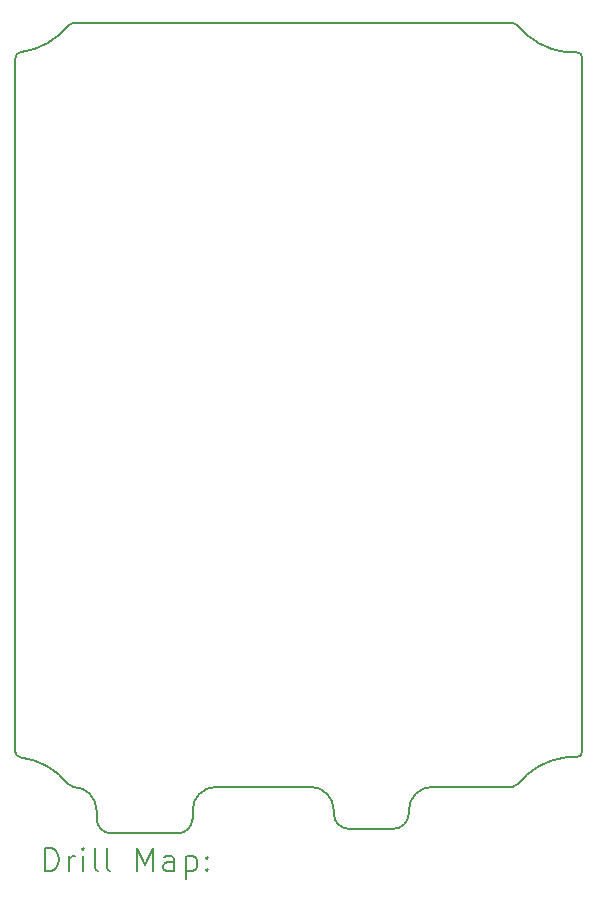
<source format=gbr>
%TF.GenerationSoftware,KiCad,Pcbnew,7.0.11-7.0.11~ubuntu23.10.1*%
%TF.CreationDate,2024-06-16T14:32:52+02:00*%
%TF.ProjectId,WiRoc_NanoPi,5769526f-635f-44e6-916e-6f50692e6b69,rev?*%
%TF.SameCoordinates,Original*%
%TF.FileFunction,Drillmap*%
%TF.FilePolarity,Positive*%
%FSLAX45Y45*%
G04 Gerber Fmt 4.5, Leading zero omitted, Abs format (unit mm)*
G04 Created by KiCad (PCBNEW 7.0.11-7.0.11~ubuntu23.10.1) date 2024-06-16 14:32:52*
%MOMM*%
%LPD*%
G01*
G04 APERTURE LIST*
%ADD10C,0.200000*%
G04 APERTURE END LIST*
D10*
X2441000Y-198000D02*
G75*
G03*
X2243000Y0I-198000J0D01*
G01*
X2945000Y-355002D02*
G75*
G03*
X3075000Y-230000I-60J130162D01*
G01*
X4495000Y250000D02*
G75*
G03*
X4545000Y300000I650J49350D01*
G01*
X3954000Y3D02*
G75*
G03*
X3995000Y20000I1820J48297D01*
G01*
X4405000Y249999D02*
G75*
G03*
X3995000Y20000I77500J-618589D01*
G01*
X-255006Y298000D02*
G75*
G03*
X-215000Y250000I48607J-160D01*
G01*
X195001Y20001D02*
G75*
G03*
X-215000Y250000I-484701J-383601D01*
G01*
X195001Y20001D02*
G75*
G03*
X234000Y0I41439J32779D01*
G01*
X-212000Y6220002D02*
G75*
G03*
X195000Y6450000I-78990J614888D01*
G01*
X235000Y6470000D02*
G75*
G03*
X195000Y6450000I190J-50380D01*
G01*
X-212000Y6219998D02*
G75*
G03*
X-255000Y6170000I6800J-49338D01*
G01*
X4545000Y6170000D02*
X4545000Y300000D01*
X3994998Y6449998D02*
G75*
G03*
X4406000Y6220000I485902J386072D01*
G01*
X3994997Y6449998D02*
G75*
G03*
X3955000Y6470000I-39877J-29748D01*
G01*
X4544993Y6170000D02*
G75*
G03*
X4498000Y6220000I-49383J670D01*
G01*
X4498000Y6220000D02*
X4406000Y6220000D01*
X432000Y-198000D02*
X432000Y-269000D01*
X2243000Y0D02*
X1444480Y0D01*
X3275000Y0D02*
G75*
G03*
X3075000Y-200000I0J-200000D01*
G01*
X1114480Y-395000D02*
X554000Y-395000D01*
X2441000Y-198000D02*
X2441000Y-229000D01*
X4495000Y250000D02*
X4405000Y250000D01*
X235000Y6470000D02*
X3955000Y6470000D01*
X3275000Y0D02*
X3954000Y0D01*
X432000Y-198000D02*
G75*
G03*
X234000Y0I-198000J0D01*
G01*
X1444480Y0D02*
G75*
G03*
X1244480Y-200000I0J-200000D01*
G01*
X-255000Y298000D02*
X-255000Y6170000D01*
X1244480Y-200000D02*
X1244480Y-270000D01*
X3075000Y-200000D02*
X3075000Y-230000D01*
X431998Y-269000D02*
G75*
G03*
X554000Y-395000I126582J500D01*
G01*
X1114480Y-395002D02*
G75*
G03*
X1244480Y-270000I-60J130162D01*
G01*
X2945000Y-355000D02*
X2563000Y-355000D01*
X2440998Y-229000D02*
G75*
G03*
X2563000Y-355000I126582J500D01*
G01*
X-4230Y-716484D02*
X-4230Y-516484D01*
X-4230Y-516484D02*
X43389Y-516484D01*
X43389Y-516484D02*
X71961Y-526008D01*
X71961Y-526008D02*
X91008Y-545055D01*
X91008Y-545055D02*
X100532Y-564103D01*
X100532Y-564103D02*
X110056Y-602198D01*
X110056Y-602198D02*
X110056Y-630770D01*
X110056Y-630770D02*
X100532Y-668865D01*
X100532Y-668865D02*
X91008Y-687912D01*
X91008Y-687912D02*
X71961Y-706960D01*
X71961Y-706960D02*
X43389Y-716484D01*
X43389Y-716484D02*
X-4230Y-716484D01*
X195770Y-716484D02*
X195770Y-583150D01*
X195770Y-621246D02*
X205294Y-602198D01*
X205294Y-602198D02*
X214818Y-592674D01*
X214818Y-592674D02*
X233865Y-583150D01*
X233865Y-583150D02*
X252913Y-583150D01*
X319580Y-716484D02*
X319580Y-583150D01*
X319580Y-516484D02*
X310056Y-526008D01*
X310056Y-526008D02*
X319580Y-535531D01*
X319580Y-535531D02*
X329103Y-526008D01*
X329103Y-526008D02*
X319580Y-516484D01*
X319580Y-516484D02*
X319580Y-535531D01*
X443389Y-716484D02*
X424341Y-706960D01*
X424341Y-706960D02*
X414818Y-687912D01*
X414818Y-687912D02*
X414818Y-516484D01*
X548151Y-716484D02*
X529103Y-706960D01*
X529103Y-706960D02*
X519579Y-687912D01*
X519579Y-687912D02*
X519579Y-516484D01*
X776722Y-716484D02*
X776722Y-516484D01*
X776722Y-516484D02*
X843389Y-659341D01*
X843389Y-659341D02*
X910056Y-516484D01*
X910056Y-516484D02*
X910056Y-716484D01*
X1091008Y-716484D02*
X1091008Y-611722D01*
X1091008Y-611722D02*
X1081484Y-592674D01*
X1081484Y-592674D02*
X1062437Y-583150D01*
X1062437Y-583150D02*
X1024341Y-583150D01*
X1024341Y-583150D02*
X1005294Y-592674D01*
X1091008Y-706960D02*
X1071961Y-716484D01*
X1071961Y-716484D02*
X1024341Y-716484D01*
X1024341Y-716484D02*
X1005294Y-706960D01*
X1005294Y-706960D02*
X995770Y-687912D01*
X995770Y-687912D02*
X995770Y-668865D01*
X995770Y-668865D02*
X1005294Y-649817D01*
X1005294Y-649817D02*
X1024341Y-640293D01*
X1024341Y-640293D02*
X1071961Y-640293D01*
X1071961Y-640293D02*
X1091008Y-630770D01*
X1186246Y-583150D02*
X1186246Y-783150D01*
X1186246Y-592674D02*
X1205294Y-583150D01*
X1205294Y-583150D02*
X1243389Y-583150D01*
X1243389Y-583150D02*
X1262437Y-592674D01*
X1262437Y-592674D02*
X1271961Y-602198D01*
X1271961Y-602198D02*
X1281484Y-621246D01*
X1281484Y-621246D02*
X1281484Y-678389D01*
X1281484Y-678389D02*
X1271961Y-697436D01*
X1271961Y-697436D02*
X1262437Y-706960D01*
X1262437Y-706960D02*
X1243389Y-716484D01*
X1243389Y-716484D02*
X1205294Y-716484D01*
X1205294Y-716484D02*
X1186246Y-706960D01*
X1367199Y-697436D02*
X1376722Y-706960D01*
X1376722Y-706960D02*
X1367199Y-716484D01*
X1367199Y-716484D02*
X1357675Y-706960D01*
X1357675Y-706960D02*
X1367199Y-697436D01*
X1367199Y-697436D02*
X1367199Y-716484D01*
X1367199Y-592674D02*
X1376722Y-602198D01*
X1376722Y-602198D02*
X1367199Y-611722D01*
X1367199Y-611722D02*
X1357675Y-602198D01*
X1357675Y-602198D02*
X1367199Y-592674D01*
X1367199Y-592674D02*
X1367199Y-611722D01*
M02*

</source>
